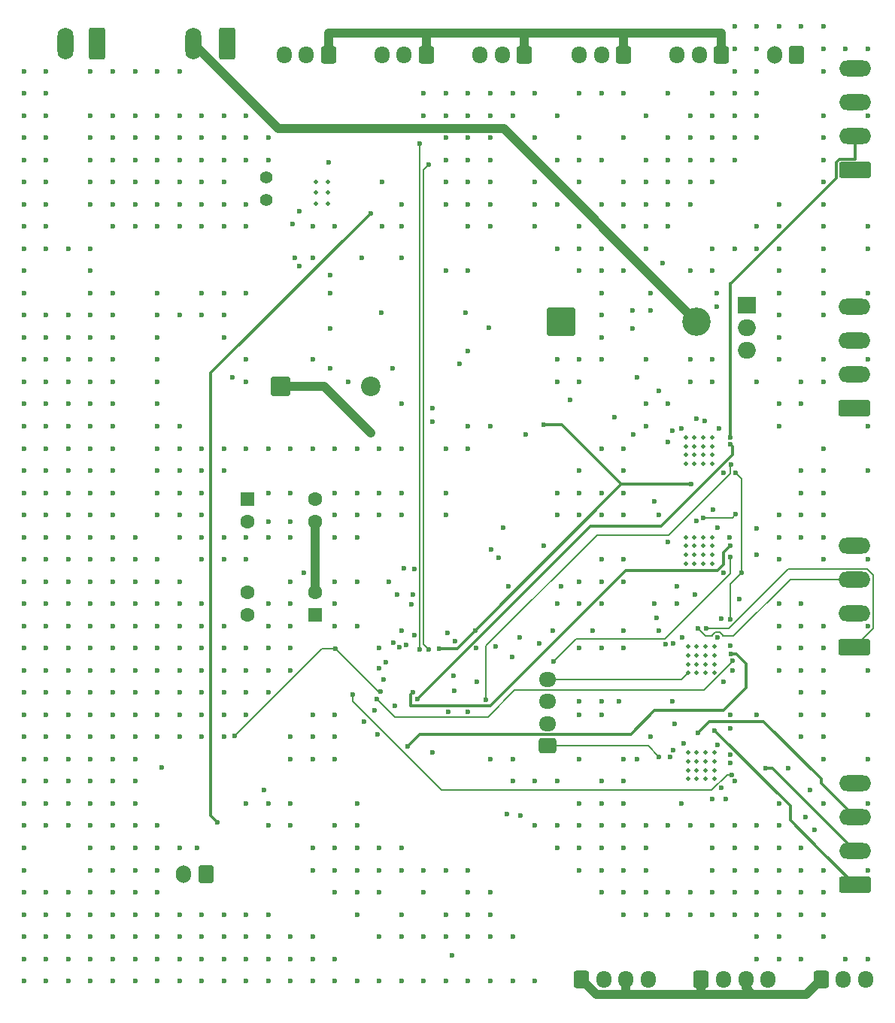
<source format=gbr>
%TF.GenerationSoftware,KiCad,Pcbnew,9.0.2*%
%TF.CreationDate,2025-12-04T18:58:38+01:00*%
%TF.ProjectId,TechStarter,54656368-5374-4617-9274-65722e6b6963,rev?*%
%TF.SameCoordinates,Original*%
%TF.FileFunction,Copper,L2,Inr*%
%TF.FilePolarity,Positive*%
%FSLAX46Y46*%
G04 Gerber Fmt 4.6, Leading zero omitted, Abs format (unit mm)*
G04 Created by KiCad (PCBNEW 9.0.2) date 2025-12-04 18:58:38*
%MOMM*%
%LPD*%
G01*
G04 APERTURE LIST*
G04 Aperture macros list*
%AMRoundRect*
0 Rectangle with rounded corners*
0 $1 Rounding radius*
0 $2 $3 $4 $5 $6 $7 $8 $9 X,Y pos of 4 corners*
0 Add a 4 corners polygon primitive as box body*
4,1,4,$2,$3,$4,$5,$6,$7,$8,$9,$2,$3,0*
0 Add four circle primitives for the rounded corners*
1,1,$1+$1,$2,$3*
1,1,$1+$1,$4,$5*
1,1,$1+$1,$6,$7*
1,1,$1+$1,$8,$9*
0 Add four rect primitives between the rounded corners*
20,1,$1+$1,$2,$3,$4,$5,0*
20,1,$1+$1,$4,$5,$6,$7,0*
20,1,$1+$1,$6,$7,$8,$9,0*
20,1,$1+$1,$8,$9,$2,$3,0*%
G04 Aperture macros list end*
%TA.AperFunction,ComponentPad*%
%ADD10RoundRect,0.250000X0.600000X0.725000X-0.600000X0.725000X-0.600000X-0.725000X0.600000X-0.725000X0*%
%TD*%
%TA.AperFunction,ComponentPad*%
%ADD11O,1.700000X1.950000*%
%TD*%
%TA.AperFunction,ComponentPad*%
%ADD12RoundRect,0.250000X-0.600000X-0.725000X0.600000X-0.725000X0.600000X0.725000X-0.600000X0.725000X0*%
%TD*%
%TA.AperFunction,ComponentPad*%
%ADD13RoundRect,0.250000X0.650000X1.550000X-0.650000X1.550000X-0.650000X-1.550000X0.650000X-1.550000X0*%
%TD*%
%TA.AperFunction,ComponentPad*%
%ADD14O,1.800000X3.600000*%
%TD*%
%TA.AperFunction,ComponentPad*%
%ADD15RoundRect,0.250000X1.550000X-0.650000X1.550000X0.650000X-1.550000X0.650000X-1.550000X-0.650000X0*%
%TD*%
%TA.AperFunction,ComponentPad*%
%ADD16O,3.600000X1.800000*%
%TD*%
%TA.AperFunction,ComponentPad*%
%ADD17RoundRect,0.249999X-0.850001X-0.850001X0.850001X-0.850001X0.850001X0.850001X-0.850001X0.850001X0*%
%TD*%
%TA.AperFunction,ComponentPad*%
%ADD18C,2.200000*%
%TD*%
%TA.AperFunction,HeatsinkPad*%
%ADD19C,0.500000*%
%TD*%
%TA.AperFunction,ComponentPad*%
%ADD20RoundRect,0.250000X0.550000X0.550000X-0.550000X0.550000X-0.550000X-0.550000X0.550000X-0.550000X0*%
%TD*%
%TA.AperFunction,ComponentPad*%
%ADD21C,1.600000*%
%TD*%
%TA.AperFunction,ComponentPad*%
%ADD22RoundRect,0.250000X0.725000X-0.600000X0.725000X0.600000X-0.725000X0.600000X-0.725000X-0.600000X0*%
%TD*%
%TA.AperFunction,ComponentPad*%
%ADD23O,1.950000X1.700000*%
%TD*%
%TA.AperFunction,ComponentPad*%
%ADD24RoundRect,0.250000X-0.550000X-0.550000X0.550000X-0.550000X0.550000X0.550000X-0.550000X0.550000X0*%
%TD*%
%TA.AperFunction,ComponentPad*%
%ADD25RoundRect,0.250000X0.600000X0.750000X-0.600000X0.750000X-0.600000X-0.750000X0.600000X-0.750000X0*%
%TD*%
%TA.AperFunction,ComponentPad*%
%ADD26O,1.700000X2.000000*%
%TD*%
%TA.AperFunction,ComponentPad*%
%ADD27RoundRect,0.250000X-1.350000X-1.350000X1.350000X-1.350000X1.350000X1.350000X-1.350000X1.350000X0*%
%TD*%
%TA.AperFunction,ComponentPad*%
%ADD28C,3.200000*%
%TD*%
%TA.AperFunction,ComponentPad*%
%ADD29C,1.400000*%
%TD*%
%TA.AperFunction,ComponentPad*%
%ADD30R,2.000000X1.905000*%
%TD*%
%TA.AperFunction,ComponentPad*%
%ADD31O,2.000000X1.905000*%
%TD*%
%TA.AperFunction,ViaPad*%
%ADD32C,0.600000*%
%TD*%
%TA.AperFunction,Conductor*%
%ADD33C,0.200000*%
%TD*%
%TA.AperFunction,Conductor*%
%ADD34C,1.000000*%
%TD*%
%TA.AperFunction,Conductor*%
%ADD35C,0.300000*%
%TD*%
G04 APERTURE END LIST*
D10*
%TO.N,+3.3V*%
%TO.C,J7*%
X235000000Y-30695000D03*
D11*
%TO.N,IS5*%
X232500000Y-30695000D03*
%TO.N,GND*%
X230000000Y-30695000D03*
%TD*%
D12*
%TO.N,+3.3V*%
%TO.C,J9*%
X257250000Y-134805000D03*
D11*
%TO.N,IS1*%
X259750000Y-134805000D03*
%TO.N,GND*%
X262250000Y-134805000D03*
%TD*%
D12*
%TO.N,+3.3V*%
%TO.C,J18*%
X243750000Y-134805000D03*
D11*
%TO.N,EB1*%
X246250000Y-134805000D03*
%TO.N,+3.3V*%
X248750000Y-134805000D03*
%TO.N,EB2*%
X251250000Y-134805000D03*
%TD*%
D13*
%TO.N,+24V*%
%TO.C,J16*%
X190350000Y-29432500D03*
D14*
%TO.N,Net-(D4-A)*%
X186540000Y-29432500D03*
%TD*%
D15*
%TO.N,Net-(J2-Pin_1)*%
%TO.C,J2*%
X261067500Y-43660000D03*
D16*
%TO.N,Net-(J2-Pin_2)*%
X261067500Y-39850000D03*
%TO.N,Net-(J2-Pin_3)*%
X261067500Y-36040000D03*
%TO.N,Net-(J2-Pin_4)*%
X261067500Y-32230000D03*
%TD*%
D17*
%TO.N,Net-(D1-K)*%
%TO.C,D1*%
X196420000Y-68000000D03*
D18*
%TO.N,GND*%
X206580000Y-68000000D03*
%TD*%
D19*
%TO.N,GND*%
%TO.C,U12*%
X200350000Y-45000000D03*
X200350000Y-46200000D03*
X200350000Y-47400000D03*
X201750000Y-45000000D03*
X201750000Y-46200000D03*
X201750000Y-47400000D03*
%TD*%
D12*
%TO.N,+3.3V*%
%TO.C,J15*%
X230250000Y-134805000D03*
D11*
%TO.N,EB3*%
X232750000Y-134805000D03*
%TO.N,+3.3V*%
X235250000Y-134805000D03*
%TO.N,EB4*%
X237750000Y-134805000D03*
%TD*%
D20*
%TO.N,Net-(R11-Pad2)*%
%TO.C,U10*%
X200305000Y-93775000D03*
D21*
%TO.N,GND*%
X200305000Y-91235000D03*
%TO.N,Net-(J3-Pin_2)*%
X192685000Y-91235000D03*
%TO.N,+24V*%
X192685000Y-93775000D03*
%TD*%
D19*
%TO.N,GND*%
%TO.C,U8*%
X242235000Y-109250000D03*
X242235000Y-110250000D03*
X242235000Y-111250000D03*
X242235000Y-112250000D03*
X243235000Y-109250000D03*
X243235000Y-110250000D03*
X243235000Y-111250000D03*
X243235000Y-112250000D03*
X244235000Y-109250000D03*
X244235000Y-110250000D03*
X244235000Y-111250000D03*
X244235000Y-112250000D03*
X245235000Y-109250000D03*
X245235000Y-110250000D03*
X245235000Y-111250000D03*
X245235000Y-112250000D03*
%TD*%
D22*
%TO.N,+5V*%
%TO.C,J14*%
X226475000Y-108500000D03*
D23*
%TO.N,TX6*%
X226475000Y-106000000D03*
%TO.N,RX6*%
X226475000Y-103500000D03*
%TO.N,GND*%
X226475000Y-101000000D03*
%TD*%
D10*
%TO.N,+3.3V*%
%TO.C,J10*%
X212800000Y-30695000D03*
D11*
%TO.N,IS2*%
X210300000Y-30695000D03*
%TO.N,GND*%
X207800000Y-30695000D03*
%TD*%
D15*
%TO.N,Net-(J1-Pin_1)*%
%TO.C,J1*%
X261000000Y-70430000D03*
D16*
%TO.N,Net-(J1-Pin_2)*%
X261000000Y-66620000D03*
%TO.N,Net-(J1-Pin_3)*%
X261000000Y-62810000D03*
%TO.N,Net-(J1-Pin_4)*%
X261000000Y-59000000D03*
%TD*%
D10*
%TO.N,+3.3V*%
%TO.C,J11*%
X201800000Y-30695000D03*
D11*
%TO.N,IS3*%
X199300000Y-30695000D03*
%TO.N,GND*%
X196800000Y-30695000D03*
%TD*%
D13*
%TO.N,GND*%
%TO.C,J13*%
X175695000Y-29432500D03*
D14*
%TO.N,+24V*%
X172195000Y-29432500D03*
%TD*%
D24*
%TO.N,Net-(R20-Pad1)*%
%TO.C,U9*%
X192695000Y-80725000D03*
D21*
%TO.N,GND*%
X192695000Y-83265000D03*
X200315000Y-83265000D03*
%TO.N,OutputFromRobot*%
X200315000Y-80725000D03*
%TD*%
D19*
%TO.N,GND*%
%TO.C,U2*%
X241985000Y-73750000D03*
X241985000Y-74750000D03*
X241985000Y-75750000D03*
X241985000Y-76750000D03*
X242985000Y-73750000D03*
X242985000Y-74750000D03*
X242985000Y-75750000D03*
X242985000Y-76750000D03*
X243985000Y-73750000D03*
X243985000Y-74750000D03*
X243985000Y-75750000D03*
X243985000Y-76750000D03*
X244985000Y-73750000D03*
X244985000Y-74750000D03*
X244985000Y-75750000D03*
X244985000Y-76750000D03*
%TD*%
D25*
%TO.N,Net-(J3-Pin_1)*%
%TO.C,J3*%
X254500000Y-30695000D03*
D26*
%TO.N,Net-(J3-Pin_2)*%
X252000000Y-30695000D03*
%TD*%
D19*
%TO.N,GND*%
%TO.C,U6*%
X242235000Y-97300000D03*
X242235000Y-98300000D03*
X242235000Y-99300000D03*
X242235000Y-100300000D03*
X243235000Y-97300000D03*
X243235000Y-98300000D03*
X243235000Y-99300000D03*
X243235000Y-100300000D03*
X244235000Y-97300000D03*
X244235000Y-98300000D03*
X244235000Y-99300000D03*
X244235000Y-100300000D03*
X245235000Y-97300000D03*
X245235000Y-98300000D03*
X245235000Y-99300000D03*
X245235000Y-100300000D03*
%TD*%
D10*
%TO.N,+3.3V*%
%TO.C,J8*%
X223850000Y-30695000D03*
D11*
%TO.N,IS6*%
X221350000Y-30695000D03*
%TO.N,GND*%
X218850000Y-30695000D03*
%TD*%
D25*
%TO.N,+BATT*%
%TO.C,J17*%
X188000000Y-123000000D03*
D26*
%TO.N,GND*%
X185500000Y-123000000D03*
%TD*%
D15*
%TO.N,Net-(J4-Pin_1)*%
%TO.C,J4*%
X261000000Y-97370000D03*
D16*
%TO.N,Net-(J4-Pin_2)*%
X261000000Y-93560000D03*
%TO.N,Net-(J4-Pin_3)*%
X261000000Y-89750000D03*
%TO.N,Net-(J4-Pin_4)*%
X261000000Y-85940000D03*
%TD*%
D27*
%TO.N,+24V*%
%TO.C,D4*%
X227995000Y-60750000D03*
D28*
%TO.N,Net-(D4-A)*%
X243235000Y-60750000D03*
%TD*%
D29*
%TO.N,Net-(U12-TEMP)*%
%TO.C,TH1*%
X194750000Y-44460000D03*
%TO.N,GND*%
X194750000Y-47000000D03*
%TD*%
D15*
%TO.N,Net-(J6-Pin_1)*%
%TO.C,J6*%
X261067500Y-124160000D03*
D16*
%TO.N,Net-(J6-Pin_2)*%
X261067500Y-120350000D03*
%TO.N,Net-(J6-Pin_3)*%
X261067500Y-116540000D03*
%TO.N,Net-(J6-Pin_4)*%
X261067500Y-112730000D03*
%TD*%
D19*
%TO.N,GND*%
%TO.C,U3*%
X241985000Y-85000000D03*
X241985000Y-86000000D03*
X241985000Y-87000000D03*
X241985000Y-88000000D03*
X242985000Y-85000000D03*
X242985000Y-86000000D03*
X242985000Y-87000000D03*
X242985000Y-88000000D03*
X243985000Y-85000000D03*
X243985000Y-86000000D03*
X243985000Y-87000000D03*
X243985000Y-88000000D03*
X244985000Y-85000000D03*
X244985000Y-86000000D03*
X244985000Y-87000000D03*
X244985000Y-88000000D03*
%TD*%
D10*
%TO.N,+3.3V*%
%TO.C,J5*%
X246000000Y-30695000D03*
D11*
%TO.N,IS4*%
X243500000Y-30695000D03*
%TO.N,GND*%
X241000000Y-30695000D03*
%TD*%
D30*
%TO.N,Net-(Q3-G)*%
%TO.C,Q3*%
X248875000Y-58870000D03*
D31*
%TO.N,Net-(D4-A)*%
X248875000Y-61410000D03*
%TO.N,GND*%
X248875000Y-63950000D03*
%TD*%
D32*
%TO.N,GND*%
X232500000Y-122500000D03*
X182500000Y-57500000D03*
X257500000Y-27500000D03*
X205000000Y-117500000D03*
X167500000Y-110000000D03*
X192500000Y-37500000D03*
X252500000Y-60000000D03*
X197500000Y-135000000D03*
X172500000Y-82500000D03*
X180000000Y-47500000D03*
X195000000Y-83265000D03*
X192500000Y-40000000D03*
X170000000Y-52500000D03*
X230000000Y-77500000D03*
X175000000Y-72500000D03*
X172500000Y-102500000D03*
X240000000Y-117500000D03*
X170000000Y-47500000D03*
X245500000Y-59000000D03*
X235000000Y-55000000D03*
X182500000Y-47500000D03*
X180000000Y-37500000D03*
X230000000Y-82500000D03*
X191000000Y-67000000D03*
X257500000Y-100000000D03*
X245000000Y-37500000D03*
X217500000Y-40000000D03*
X190000000Y-47500000D03*
X232500000Y-52500000D03*
X217500000Y-45000000D03*
X195000000Y-85000000D03*
X232500000Y-57500000D03*
X247500000Y-30000000D03*
X190000000Y-62500000D03*
X232500000Y-62500000D03*
X202500000Y-110000000D03*
X235000000Y-45000000D03*
X230000000Y-92500000D03*
X202000000Y-66000000D03*
X167500000Y-32500000D03*
X172500000Y-127500000D03*
X257500000Y-57500000D03*
X217500000Y-75000000D03*
X252500000Y-122500000D03*
X175000000Y-135000000D03*
X227500000Y-65000000D03*
X195000000Y-97500000D03*
X257500000Y-47500000D03*
X235000000Y-47500000D03*
X177500000Y-97500000D03*
X187500000Y-105000000D03*
X202000000Y-55500000D03*
X190000000Y-45000000D03*
X235000000Y-115000000D03*
X175000000Y-47500000D03*
X167500000Y-35000000D03*
X195000000Y-130000000D03*
X257500000Y-122500000D03*
X202500000Y-105000000D03*
X245000000Y-52500000D03*
X172500000Y-60000000D03*
X177500000Y-135000000D03*
X180000000Y-125000000D03*
X175000000Y-60000000D03*
X167500000Y-55000000D03*
X239000000Y-68500000D03*
X170000000Y-102500000D03*
X187500000Y-85000000D03*
X185000000Y-107500000D03*
X220000000Y-47500000D03*
X225000000Y-40000000D03*
X257500000Y-107500000D03*
X190000000Y-107500000D03*
X185000000Y-42500000D03*
X217500000Y-125000000D03*
X252500000Y-62500000D03*
X255000000Y-107500000D03*
X252500000Y-127500000D03*
X256500000Y-118000000D03*
X208000000Y-101000000D03*
X197500000Y-97500000D03*
X255000000Y-82500000D03*
X180000000Y-40000000D03*
X180000000Y-117500000D03*
X175000000Y-87500000D03*
X215000000Y-127500000D03*
X167500000Y-87500000D03*
X250000000Y-40000000D03*
X187500000Y-135000000D03*
X241000000Y-92500000D03*
X262500000Y-30000000D03*
X207500000Y-120000000D03*
X230000000Y-52500000D03*
X177500000Y-62500000D03*
X180000000Y-112500000D03*
X190000000Y-77500000D03*
X180000000Y-32500000D03*
X257500000Y-37500000D03*
X245000000Y-120000000D03*
X172500000Y-125000000D03*
X175000000Y-82500000D03*
X167500000Y-70000000D03*
X255000000Y-67500000D03*
X170000000Y-77500000D03*
X175000000Y-102500000D03*
X167500000Y-72500000D03*
X239000000Y-95500000D03*
X200000000Y-110000000D03*
X195000000Y-100000000D03*
X202500000Y-80000000D03*
X220000000Y-127500000D03*
X195000000Y-132500000D03*
X170000000Y-37500000D03*
X182500000Y-135000000D03*
X185000000Y-102500000D03*
X262500000Y-77500000D03*
X202500000Y-82500000D03*
X170000000Y-62500000D03*
X238000000Y-57500000D03*
X254972500Y-127527500D03*
X255000000Y-97500000D03*
X200000000Y-75000000D03*
X170000000Y-45000000D03*
X167500000Y-102500000D03*
X215000000Y-122500000D03*
X262500000Y-110000000D03*
X205000000Y-90000000D03*
X262500000Y-72500000D03*
X172500000Y-85000000D03*
X180000000Y-95000000D03*
X192500000Y-50000000D03*
X187500000Y-127500000D03*
X192500000Y-87500000D03*
X190000000Y-57500000D03*
X217500000Y-47500000D03*
X232500000Y-82500000D03*
X255000000Y-122500000D03*
X177500000Y-87500000D03*
X255000000Y-100000000D03*
X187500000Y-107500000D03*
X177500000Y-110000000D03*
X190000000Y-95000000D03*
X232500000Y-103500000D03*
X177500000Y-100000000D03*
X230000000Y-97500000D03*
X167500000Y-47500000D03*
X182500000Y-62500000D03*
X252500000Y-27500000D03*
X195000000Y-95000000D03*
X190000000Y-97500000D03*
X187500000Y-97500000D03*
X200000000Y-65000000D03*
X172500000Y-62500000D03*
X236000000Y-61500000D03*
X205000000Y-115000000D03*
X237500000Y-37500000D03*
X250000000Y-27500000D03*
X175000000Y-45000000D03*
X252500000Y-85000000D03*
X197500000Y-90000000D03*
X262500000Y-57500000D03*
X235000000Y-125000000D03*
X247500000Y-122500000D03*
X230000000Y-65000000D03*
X237500000Y-117500000D03*
X217500000Y-37500000D03*
X170000000Y-107500000D03*
X205000000Y-75000000D03*
X250000000Y-117500000D03*
X235000000Y-110000000D03*
X180000000Y-100000000D03*
X170000000Y-100000000D03*
X255000000Y-105000000D03*
X230000000Y-42500000D03*
X185000000Y-97500000D03*
X255000000Y-132500000D03*
X177500000Y-47500000D03*
X172500000Y-92500000D03*
X225000000Y-135000000D03*
X250000000Y-127500000D03*
X235000000Y-90000000D03*
X190000000Y-132500000D03*
X177500000Y-75000000D03*
X175000000Y-40000000D03*
X235000000Y-117500000D03*
X197500000Y-92500000D03*
X227500000Y-112500000D03*
X250000000Y-67500000D03*
X250000000Y-125000000D03*
X167500000Y-50000000D03*
X230000000Y-55000000D03*
X205000000Y-82500000D03*
X182500000Y-40000000D03*
X167500000Y-105000000D03*
X175000000Y-52500000D03*
X170000000Y-87500000D03*
X204000000Y-67500000D03*
X172500000Y-90000000D03*
X200000000Y-120000000D03*
X182500000Y-60000000D03*
X232500000Y-60000000D03*
X185000000Y-60000000D03*
X227500000Y-42500000D03*
X175000000Y-132500000D03*
X177500000Y-70000000D03*
X255000000Y-95000000D03*
X212500000Y-122500000D03*
X172500000Y-72500000D03*
X197500000Y-110000000D03*
X167500000Y-112500000D03*
X238500000Y-81000000D03*
X190000000Y-50000000D03*
X212500000Y-35000000D03*
X187500000Y-42500000D03*
X220000000Y-72500000D03*
X197500000Y-115000000D03*
X227500000Y-82500000D03*
X222500000Y-35000000D03*
X262500000Y-52500000D03*
X182500000Y-90000000D03*
X257500000Y-115000000D03*
X227000000Y-95500000D03*
X245000000Y-67500000D03*
X210000000Y-50000000D03*
X207500000Y-135000000D03*
X180000000Y-87500000D03*
X252500000Y-82500000D03*
X177500000Y-125000000D03*
X252500000Y-87500000D03*
X172500000Y-52500000D03*
X257500000Y-125000000D03*
X232500000Y-65000000D03*
X182500000Y-122500000D03*
X257500000Y-87500000D03*
X242500000Y-117500000D03*
X257500000Y-97500000D03*
X177500000Y-60000000D03*
X210000000Y-53500000D03*
X167500000Y-80000000D03*
X170000000Y-132500000D03*
X190000000Y-135000000D03*
X242500000Y-65000000D03*
X187500000Y-75000000D03*
X240000000Y-40000000D03*
X252500000Y-117500000D03*
X187000000Y-120000000D03*
X210000000Y-120000000D03*
X172500000Y-112500000D03*
X245000000Y-125000000D03*
X177500000Y-95000000D03*
X255000000Y-92500000D03*
X187500000Y-40000000D03*
X180000000Y-97500000D03*
X250000000Y-32500000D03*
X192500000Y-132500000D03*
X257500000Y-40000000D03*
X187500000Y-130000000D03*
X175000000Y-70000000D03*
X202500000Y-85000000D03*
X232500000Y-97500000D03*
X195000000Y-127500000D03*
X238000000Y-59500000D03*
X250000000Y-35000000D03*
X220000000Y-135000000D03*
X177500000Y-112500000D03*
X172500000Y-75000000D03*
X175000000Y-110000000D03*
X167500000Y-95000000D03*
X170000000Y-82500000D03*
X202500000Y-120000000D03*
X235000000Y-112500000D03*
X182500000Y-82500000D03*
X167500000Y-90000000D03*
X177500000Y-42500000D03*
X170000000Y-65000000D03*
X225000000Y-47500000D03*
X177500000Y-57500000D03*
X242500000Y-37500000D03*
X192500000Y-85000000D03*
X247500000Y-40000000D03*
X175000000Y-92500000D03*
X185000000Y-105000000D03*
X262500000Y-100000000D03*
X192500000Y-67500000D03*
X238000000Y-107500000D03*
X227500000Y-47500000D03*
X262500000Y-115000000D03*
X195000000Y-80000000D03*
X167500000Y-120000000D03*
X182500000Y-75000000D03*
X200000000Y-130000000D03*
X252500000Y-57500000D03*
X241000000Y-90500000D03*
X185000000Y-95000000D03*
X177500000Y-45000000D03*
X197500000Y-130000000D03*
X180000000Y-102500000D03*
X202500000Y-122500000D03*
X217500000Y-35000000D03*
X256000000Y-113500000D03*
X202500000Y-95000000D03*
X205000000Y-120000000D03*
X229000000Y-69500000D03*
X185000000Y-47500000D03*
X232500000Y-90000000D03*
X172500000Y-77500000D03*
X247500000Y-27500000D03*
X257500000Y-95000000D03*
X252500000Y-100000000D03*
X257500000Y-110000000D03*
X170000000Y-112500000D03*
X170000000Y-135000000D03*
X185000000Y-80000000D03*
X180000000Y-50000000D03*
X187500000Y-82500000D03*
X175000000Y-117500000D03*
X180000000Y-122500000D03*
X245000000Y-45000000D03*
X262500000Y-132500000D03*
X177500000Y-102500000D03*
X177500000Y-50000000D03*
X257500000Y-75000000D03*
X167500000Y-62500000D03*
X192500000Y-102500000D03*
X185000000Y-50000000D03*
X170000000Y-130000000D03*
X257500000Y-82500000D03*
X175000000Y-80000000D03*
X197500000Y-80000000D03*
X216000000Y-96750000D03*
X227500000Y-117500000D03*
X243000000Y-91500000D03*
X182500000Y-32500000D03*
X182500000Y-105000000D03*
X257500000Y-32500000D03*
X180000000Y-45000000D03*
X232500000Y-80000000D03*
X242500000Y-40000000D03*
X235000000Y-75000000D03*
X255000000Y-120000000D03*
X180000000Y-110000000D03*
X202500000Y-50000000D03*
X195000000Y-135000000D03*
X210000000Y-127500000D03*
X170000000Y-95000000D03*
X213500000Y-70500000D03*
X170000000Y-40000000D03*
X172500000Y-95000000D03*
X175000000Y-47500000D03*
X217500000Y-42500000D03*
X215000000Y-75000000D03*
X252472500Y-125027500D03*
X192500000Y-100000000D03*
X236000000Y-59500000D03*
X200000000Y-135000000D03*
X175000000Y-90000000D03*
X235000000Y-87500000D03*
X182500000Y-80000000D03*
X187500000Y-80000000D03*
X232500000Y-117500000D03*
X177500000Y-117500000D03*
X170000000Y-75000000D03*
X177500000Y-77500000D03*
X182500000Y-132500000D03*
X235000000Y-82500000D03*
X259972500Y-132527500D03*
X185000000Y-45000000D03*
X247000000Y-106500000D03*
X170000000Y-105000000D03*
X237500000Y-50000000D03*
X247500000Y-35000000D03*
X257500000Y-67500000D03*
X175000000Y-75000000D03*
X197750000Y-49750000D03*
X177500000Y-72500000D03*
X170000000Y-50000000D03*
X237500000Y-70000000D03*
X180000000Y-92500000D03*
X250000000Y-87000000D03*
X227500000Y-67500000D03*
X172500000Y-110000000D03*
X180000000Y-105000000D03*
X220000000Y-37500000D03*
X202000000Y-61500000D03*
X245000000Y-117500000D03*
X242500000Y-67500000D03*
X177500000Y-105000000D03*
X195000000Y-117500000D03*
X210000000Y-80000000D03*
X172500000Y-105000000D03*
X257500000Y-52500000D03*
X210000000Y-122500000D03*
X170000000Y-70000000D03*
X210000000Y-47500000D03*
X257500000Y-42500000D03*
X182500000Y-70000000D03*
X195000000Y-92500000D03*
X220000000Y-110000000D03*
X242500000Y-55000000D03*
X195000000Y-40000000D03*
X232500000Y-47500000D03*
X197500000Y-95000000D03*
X197500000Y-83265000D03*
X240500000Y-103500000D03*
X177500000Y-90000000D03*
X177500000Y-92500000D03*
X250000000Y-105000000D03*
X215000000Y-130000000D03*
X205000000Y-127500000D03*
X237500000Y-65000000D03*
X177500000Y-115000000D03*
X175000000Y-115000000D03*
X190000000Y-127500000D03*
X187500000Y-95000000D03*
X262500000Y-65000000D03*
X220000000Y-130000000D03*
X177500000Y-37500000D03*
X177500000Y-40000000D03*
X245000000Y-65000000D03*
X172500000Y-87500000D03*
X247500000Y-52500000D03*
X252500000Y-72500000D03*
X167500000Y-130000000D03*
X237500000Y-125000000D03*
X197500000Y-100000000D03*
X237500000Y-120000000D03*
X245500000Y-57500000D03*
X242500000Y-127500000D03*
X177500000Y-82500000D03*
X200000000Y-107500000D03*
X212500000Y-125000000D03*
X212500000Y-135000000D03*
X170000000Y-40000000D03*
X187500000Y-57500000D03*
X185000000Y-130000000D03*
X230000000Y-45000000D03*
X257500000Y-55000000D03*
X197500000Y-107500000D03*
X175000000Y-130000000D03*
X230000000Y-110000000D03*
X215000000Y-82500000D03*
X190000000Y-100000000D03*
X225000000Y-45000000D03*
X185000000Y-40000000D03*
X250000000Y-52500000D03*
X237500000Y-47500000D03*
X192500000Y-130000000D03*
X190000000Y-60000000D03*
X252500000Y-132500000D03*
X177500000Y-127500000D03*
X197500000Y-75000000D03*
X175000000Y-127500000D03*
X217500000Y-122500000D03*
X255000000Y-102500000D03*
X180000000Y-107500000D03*
X217500000Y-127500000D03*
X253500000Y-111000000D03*
X185000000Y-85000000D03*
X190000000Y-102500000D03*
X207500000Y-82500000D03*
X260000000Y-30000000D03*
X232500000Y-75000000D03*
X175000000Y-77500000D03*
X252500000Y-130000000D03*
X205000000Y-95000000D03*
X167500000Y-92500000D03*
X195000000Y-102500000D03*
X252500000Y-50000000D03*
X195000000Y-115000000D03*
X182500000Y-102500000D03*
X217500000Y-55000000D03*
X207500000Y-122500000D03*
X167500000Y-57500000D03*
X182500000Y-47500000D03*
X240000000Y-70000000D03*
X182500000Y-100000000D03*
X175000000Y-95000000D03*
X222500000Y-110000000D03*
X247500000Y-32500000D03*
X257500000Y-50000000D03*
X167500000Y-107500000D03*
X187500000Y-77500000D03*
X202500000Y-125000000D03*
X182500000Y-42500000D03*
X177500000Y-65000000D03*
X230000000Y-35000000D03*
X182500000Y-117500000D03*
X180000000Y-127500000D03*
X247000000Y-105000000D03*
X250000000Y-30000000D03*
X190000000Y-85000000D03*
X185000000Y-90000000D03*
X220000000Y-45000000D03*
X215000000Y-55000000D03*
X182500000Y-65000000D03*
X172500000Y-135000000D03*
X170000000Y-80000000D03*
X230000000Y-65000000D03*
X232500000Y-105000000D03*
X205000000Y-80000000D03*
X252500000Y-95000000D03*
X167500000Y-117500000D03*
X187500000Y-60000000D03*
X242500000Y-42500000D03*
X215000000Y-80000000D03*
X175000000Y-125000000D03*
X182500000Y-37500000D03*
X190000000Y-37500000D03*
X237500000Y-122500000D03*
X232500000Y-35000000D03*
X255000000Y-80000000D03*
X180000000Y-90000000D03*
X170000000Y-117500000D03*
X207800000Y-45000000D03*
X170000000Y-42500000D03*
X235000000Y-120000000D03*
X217500000Y-72500000D03*
X225000000Y-50000000D03*
X172500000Y-65000000D03*
X185000000Y-32500000D03*
X235000000Y-80000000D03*
X182500000Y-125000000D03*
X180000000Y-85000000D03*
X202500000Y-82500000D03*
X180000000Y-42500000D03*
X238500000Y-92500000D03*
X207500000Y-130000000D03*
X167500000Y-82500000D03*
X257500000Y-80000000D03*
X185000000Y-82500000D03*
X175000000Y-122500000D03*
X185000000Y-75000000D03*
X182500000Y-127500000D03*
X240000000Y-42500000D03*
X222500000Y-112500000D03*
X237500000Y-72500000D03*
X225000000Y-35000000D03*
X190000000Y-130000000D03*
X247500000Y-125000000D03*
X167500000Y-100000000D03*
X167500000Y-60000000D03*
X192500000Y-42500000D03*
X175000000Y-67500000D03*
X235000000Y-97500000D03*
X220000000Y-40000000D03*
X227500000Y-52500000D03*
X170000000Y-110000000D03*
X207000000Y-104500000D03*
X192500000Y-115000000D03*
X246500000Y-114500000D03*
X187500000Y-100000000D03*
X192500000Y-65000000D03*
X213500000Y-72000000D03*
X182500000Y-87500000D03*
X252500000Y-92500000D03*
X177500000Y-107500000D03*
X247500000Y-120000000D03*
X175000000Y-112500000D03*
X170000000Y-97500000D03*
X200000000Y-132500000D03*
X182500000Y-77500000D03*
X167500000Y-122500000D03*
X240000000Y-125000000D03*
X245000000Y-114500000D03*
X172500000Y-70000000D03*
X220000000Y-35000000D03*
X170000000Y-60000000D03*
X175000000Y-37500000D03*
X180000000Y-135000000D03*
X215000000Y-42500000D03*
X177500000Y-42500000D03*
X232500000Y-115000000D03*
X255000000Y-27500000D03*
X167500000Y-125000000D03*
X250000000Y-84000000D03*
X172500000Y-107500000D03*
X172500000Y-100000000D03*
X257472500Y-130027500D03*
X215000000Y-45000000D03*
X245000000Y-35000000D03*
X192500000Y-47500000D03*
X237500000Y-127500000D03*
X237500000Y-52500000D03*
X262500000Y-37500000D03*
X167500000Y-135000000D03*
X187500000Y-102500000D03*
X205500000Y-53500000D03*
X182500000Y-50000000D03*
X185000000Y-92500000D03*
X247500000Y-42500000D03*
X185000000Y-77500000D03*
X237500000Y-45000000D03*
X200000000Y-122500000D03*
X252500000Y-120000000D03*
X257500000Y-60000000D03*
X230000000Y-40000000D03*
X220000000Y-50000000D03*
X250000000Y-50000000D03*
X172500000Y-130000000D03*
X228000000Y-90500000D03*
X192500000Y-105000000D03*
X205000000Y-122500000D03*
X170000000Y-67500000D03*
X227500000Y-80000000D03*
X192500000Y-75000000D03*
X252500000Y-65000000D03*
X222500000Y-130000000D03*
X212500000Y-130000000D03*
X262500000Y-87500000D03*
X177500000Y-130000000D03*
X225000000Y-112500000D03*
X172500000Y-67500000D03*
X198500000Y-54500000D03*
X249972500Y-122527500D03*
X190000000Y-40000000D03*
X167500000Y-67500000D03*
X167500000Y-37500000D03*
X232500000Y-92500000D03*
X185000000Y-120000000D03*
X241500000Y-115000000D03*
X252500000Y-55000000D03*
X217500000Y-130000000D03*
X240000000Y-127500000D03*
X230000000Y-67500000D03*
X175000000Y-85000000D03*
X202500000Y-132500000D03*
X257500000Y-102500000D03*
X185000000Y-135000000D03*
X245000000Y-122500000D03*
X175000000Y-120000000D03*
X262500000Y-122500000D03*
X242500000Y-47500000D03*
X192500000Y-127500000D03*
X217500000Y-64000000D03*
X257500000Y-105000000D03*
X167500000Y-40000000D03*
X235000000Y-40000000D03*
X175000000Y-55000000D03*
X232500000Y-112500000D03*
X177500000Y-122500000D03*
X185000000Y-100000000D03*
X210000000Y-130000000D03*
X182500000Y-120000000D03*
X230000000Y-50000000D03*
X255000000Y-70000000D03*
X170000000Y-92500000D03*
X202500000Y-90000000D03*
X190000000Y-87500000D03*
X170000000Y-90000000D03*
X235000000Y-127500000D03*
X255000000Y-77500000D03*
X167500000Y-42500000D03*
X252500000Y-70000000D03*
X216500000Y-65500000D03*
X172500000Y-97500000D03*
X202500000Y-75000000D03*
X185000000Y-127500000D03*
X247500000Y-117500000D03*
X235000000Y-77500000D03*
X170000000Y-35000000D03*
X237500000Y-70000000D03*
X167500000Y-97500000D03*
X185000000Y-132500000D03*
X252500000Y-115000000D03*
X192500000Y-135000000D03*
X230000000Y-122500000D03*
X170000000Y-85000000D03*
X185000000Y-72500000D03*
X175000000Y-42500000D03*
X232500000Y-120000000D03*
X202000000Y-57500000D03*
X220000000Y-42500000D03*
X175000000Y-57500000D03*
X167500000Y-132500000D03*
X239000000Y-82500000D03*
X207500000Y-75000000D03*
X237500000Y-42500000D03*
X245000000Y-55000000D03*
X170000000Y-115000000D03*
X175000000Y-62500000D03*
X232500000Y-125000000D03*
X232500000Y-42500000D03*
X232500000Y-87500000D03*
X187500000Y-50000000D03*
X167500000Y-75000000D03*
X182500000Y-130000000D03*
X167500000Y-52500000D03*
X245000000Y-127500000D03*
X197500000Y-117500000D03*
X215000000Y-135000000D03*
X207500000Y-97500000D03*
X235000000Y-122500000D03*
X250000000Y-132500000D03*
X215000000Y-37500000D03*
X247500000Y-127500000D03*
X209000000Y-66000000D03*
X262500000Y-95000000D03*
X197500000Y-132500000D03*
X180000000Y-132500000D03*
X257500000Y-30000000D03*
X210000000Y-70000000D03*
X235000000Y-50000000D03*
X215000000Y-40000000D03*
X167500000Y-115000000D03*
X210000000Y-82500000D03*
X242500000Y-125000000D03*
X202500000Y-92500000D03*
X175000000Y-65000000D03*
X172500000Y-117500000D03*
X234500000Y-103500000D03*
X177500000Y-67500000D03*
X167500000Y-45000000D03*
X205000000Y-125000000D03*
X230000000Y-90000000D03*
X252500000Y-47500000D03*
X187500000Y-87500000D03*
X262500000Y-50000000D03*
X257500000Y-85000000D03*
X177500000Y-120000000D03*
X192500000Y-57500000D03*
X226000000Y-86000000D03*
X202500000Y-135000000D03*
X182500000Y-97500000D03*
X182500000Y-72500000D03*
X245000000Y-42500000D03*
X240000000Y-45000000D03*
X222500000Y-135000000D03*
X182500000Y-50000000D03*
X217500000Y-50000000D03*
X255000000Y-125000000D03*
X230000000Y-80000000D03*
X180000000Y-115000000D03*
X257500000Y-77500000D03*
X255500000Y-116500000D03*
X172500000Y-80000000D03*
X170000000Y-125000000D03*
X217500000Y-135000000D03*
X212500000Y-37500000D03*
X242500000Y-45000000D03*
X192500000Y-97500000D03*
X231500000Y-95500000D03*
X202500000Y-107500000D03*
X177500000Y-85000000D03*
X170000000Y-127500000D03*
X170000000Y-72500000D03*
X175000000Y-105000000D03*
X175000000Y-97500000D03*
X177500000Y-132500000D03*
X167500000Y-127500000D03*
X250000000Y-130000000D03*
X172500000Y-132500000D03*
X182500000Y-107500000D03*
X207750000Y-59750000D03*
X247500000Y-37500000D03*
X250000000Y-120000000D03*
X210000000Y-75000000D03*
X182500000Y-92500000D03*
X207500000Y-80000000D03*
X195000000Y-42500000D03*
X177500000Y-32500000D03*
X205000000Y-85000000D03*
X182500000Y-95000000D03*
X240000000Y-35000000D03*
X177500000Y-80000000D03*
X232500000Y-55000000D03*
X167500000Y-85000000D03*
X180000000Y-120000000D03*
X250000000Y-37500000D03*
X167500000Y-77500000D03*
X200000000Y-53500000D03*
X200000000Y-105000000D03*
X257500000Y-45000000D03*
X252500000Y-52500000D03*
X200000000Y-50000000D03*
X235000000Y-95500000D03*
X257500000Y-65000000D03*
X182500000Y-67500000D03*
X202500000Y-117500000D03*
X187500000Y-37500000D03*
X167500000Y-65000000D03*
X195000000Y-97500000D03*
X187500000Y-92500000D03*
X207800000Y-50000000D03*
X172500000Y-115000000D03*
X247500000Y-27500000D03*
X190000000Y-42500000D03*
X175000000Y-100000000D03*
X207500000Y-125000000D03*
X234000000Y-71500000D03*
X222500000Y-37500000D03*
X187500000Y-45000000D03*
X227500000Y-120000000D03*
X236500000Y-67000000D03*
X198000000Y-53500000D03*
X187500000Y-47500000D03*
X190000000Y-105000000D03*
X236500000Y-110000000D03*
X230000000Y-115000000D03*
X255000000Y-85000000D03*
X248000000Y-92000000D03*
X185000000Y-37500000D03*
X197500000Y-85000000D03*
X230000000Y-120000000D03*
X182500000Y-45000000D03*
X215000000Y-35000000D03*
X230000000Y-105000000D03*
X240000000Y-47500000D03*
X225000000Y-117500000D03*
X180000000Y-130000000D03*
X227500000Y-37500000D03*
X175000000Y-107500000D03*
X240000000Y-50000000D03*
X195000000Y-75000000D03*
X230000000Y-103500000D03*
X220000000Y-125000000D03*
X170000000Y-32500000D03*
X205000000Y-135000000D03*
X252500000Y-97500000D03*
X235000000Y-35000000D03*
X187500000Y-132500000D03*
X210000000Y-135000000D03*
X215000000Y-47500000D03*
X262500000Y-105000000D03*
X245000000Y-40000000D03*
X225500000Y-97000000D03*
X230000000Y-117500000D03*
X199000000Y-89000000D03*
X175000000Y-32500000D03*
X190000000Y-75000000D03*
X227500000Y-92500000D03*
X257500000Y-127500000D03*
%TO.N,+3.3V*%
X226050000Y-72350000D03*
X217225000Y-59750000D03*
X247593026Y-77775000D03*
X202587500Y-97587500D03*
X207600000Y-102400000D03*
X247250000Y-100000000D03*
X247500000Y-112500000D03*
X248250000Y-89000000D03*
X247000000Y-94250000D03*
X191225000Y-107425000D03*
X215650000Y-132105000D03*
X242650000Y-79025000D03*
X209250000Y-104000000D03*
X218275000Y-95500000D03*
X215299388Y-104650000D03*
X214225000Y-97525000D03*
X183025000Y-110900000D03*
%TO.N,Net-(D1-K)*%
X206500000Y-73250000D03*
%TO.N,IS4*%
X239425000Y-54150000D03*
X211425000Y-96050000D03*
%TO.N,IS5*%
X211431297Y-88568703D03*
%TO.N,IS6*%
X210244238Y-88499999D03*
%TO.N,IS1*%
X213475000Y-109275000D03*
%TO.N,IS2*%
X212075000Y-97625000D03*
X212075000Y-40625000D03*
%TO.N,IS3*%
X213100000Y-97625000D03*
X213100000Y-43000000D03*
%TO.N,EB4*%
X221400000Y-83900000D03*
X209084620Y-96915380D03*
X208600000Y-90000000D03*
%TO.N,motor3dir*%
X247000000Y-86000000D03*
X211250000Y-102500000D03*
%TO.N,SWCLK*%
X215150000Y-95750000D03*
X221900000Y-116200000D03*
%TO.N,TX6*%
X218500000Y-101250000D03*
%TO.N,motor4dir*%
X247000000Y-74550003D03*
X211750000Y-103250000D03*
%TO.N,motor1step*%
X247154273Y-111761487D03*
X204500000Y-102750000D03*
%TO.N,motor2dir*%
X247101134Y-98148866D03*
X210650000Y-108600000D03*
%TO.N,EB1*%
X211084620Y-92584620D03*
X210495557Y-97170312D03*
X222050000Y-90500000D03*
%TO.N,+BATT*%
X206500000Y-48525000D03*
X189300000Y-117150000D03*
%TO.N,RX6*%
X215900000Y-102295691D03*
%TO.N,motor4step*%
X207325735Y-107174265D03*
X247058856Y-76860384D03*
X219500000Y-103350000D03*
%TO.N,Net-(U1-NRST)*%
X194500000Y-113500000D03*
X208258949Y-99100000D03*
%TO.N,EB2*%
X211250000Y-91500000D03*
X220900000Y-87300000D03*
X210017331Y-95568310D03*
%TO.N,SWDIO*%
X218428245Y-97514969D03*
X223400000Y-116325000D03*
%TO.N,motor1dir*%
X240750000Y-106000000D03*
X247036490Y-110392298D03*
%TO.N,EB3*%
X209500000Y-91500000D03*
X220100000Y-86375000D03*
X209734620Y-97417252D03*
%TO.N,motor2step*%
X207250000Y-103250000D03*
X247302158Y-98923200D03*
%TO.N,motor3step*%
X205775000Y-105775000D03*
X247000000Y-87275000D03*
X227075000Y-99025000D03*
X217450000Y-104650000D03*
%TO.N,motorEN*%
X239759282Y-97074136D03*
X207500000Y-99750000D03*
X240000000Y-74250000D03*
X240250000Y-109750000D03*
X240000000Y-85500000D03*
%TO.N,+5V*%
X245600000Y-83949000D03*
X241500000Y-72750000D03*
X241750000Y-108250000D03*
X245750000Y-72750000D03*
X241634000Y-96250000D03*
X223975000Y-73450000D03*
X236050000Y-73450000D03*
X201825000Y-42750000D03*
X245050000Y-81900000D03*
X245600000Y-96300000D03*
X239004945Y-109754945D03*
X219850000Y-61450000D03*
X245600001Y-108400224D03*
X198500000Y-48250000D03*
%TO.N,Net-(J2-Pin_1)*%
X244135336Y-71885336D03*
%TO.N,Net-(J2-Pin_4)*%
X240500000Y-73000000D03*
%TO.N,Net-(J2-Pin_3)*%
X243198528Y-71650002D03*
%TO.N,Net-(J2-Pin_2)*%
X247000000Y-73750000D03*
%TO.N,Net-(J1-Pin_1)*%
X247625000Y-82425000D03*
X244000000Y-82825000D03*
%TO.N,Net-(J1-Pin_3)*%
X243166765Y-83206765D03*
%TO.N,Net-(J1-Pin_2)*%
X246950000Y-85000000D03*
%TO.N,Net-(J4-Pin_2)*%
X247000000Y-97250000D03*
%TO.N,Net-(J4-Pin_1)*%
X244275000Y-95300000D03*
%TO.N,Net-(J4-Pin_3)*%
X243377120Y-95292120D03*
%TO.N,Net-(J4-Pin_4)*%
X240552193Y-96947807D03*
%TO.N,Net-(J6-Pin_4)*%
X240584933Y-109023486D03*
%TO.N,Net-(J6-Pin_1)*%
X245250000Y-106750000D03*
%TO.N,Net-(J6-Pin_3)*%
X243339645Y-107008884D03*
%TO.N,Net-(J6-Pin_2)*%
X251000000Y-111000000D03*
X247048660Y-109485229D03*
%TO.N,Inductor*%
X215850000Y-100575000D03*
X222475000Y-98475000D03*
%TO.N,RX1{slash}TX1*%
X246250000Y-89000000D03*
X246250000Y-101250000D03*
X220625000Y-97300000D03*
X246000000Y-113250000D03*
X238750000Y-94125000D03*
X223325000Y-96250000D03*
X246000000Y-94150000D03*
X246250000Y-77750000D03*
%TD*%
D33*
%TO.N,GND*%
X241535000Y-101000000D02*
X242235000Y-100300000D01*
D34*
X200315000Y-91225000D02*
X200305000Y-91235000D01*
X200315000Y-83265000D02*
X200315000Y-91225000D01*
D33*
X226475000Y-101000000D02*
X241535000Y-101000000D01*
D34*
%TO.N,+3.3V*%
X201800000Y-30695000D02*
X201800000Y-28200000D01*
D33*
X247000000Y-94250000D02*
X247000000Y-90250000D01*
D34*
X212800000Y-30695000D02*
X212800000Y-28400000D01*
D35*
X214225000Y-97525000D02*
X216250000Y-97525000D01*
X228075000Y-72350000D02*
X226050000Y-72350000D01*
D34*
X248750000Y-135731000D02*
X249500000Y-136481000D01*
D35*
X218275000Y-95500000D02*
X234750000Y-79025000D01*
D34*
X246000000Y-28250000D02*
X246000000Y-30695000D01*
X249500000Y-136481000D02*
X255574000Y-136481000D01*
X231926000Y-136481000D02*
X235250000Y-136481000D01*
D35*
X216250000Y-97525000D02*
X218275000Y-95500000D01*
D34*
X243750000Y-136481000D02*
X249500000Y-136481000D01*
D33*
X248250000Y-89000000D02*
X248250000Y-78431974D01*
X201062500Y-97587500D02*
X191225000Y-107425000D01*
D34*
X235000000Y-28200000D02*
X245950000Y-28200000D01*
X213000000Y-28200000D02*
X224000000Y-28200000D01*
D33*
X202587500Y-97587500D02*
X207400000Y-102400000D01*
D34*
X223850000Y-28350000D02*
X224000000Y-28200000D01*
X245950000Y-28200000D02*
X246000000Y-28250000D01*
X235000000Y-30695000D02*
X235000000Y-28200000D01*
X212800000Y-28400000D02*
X213000000Y-28200000D01*
X230250000Y-134805000D02*
X231926000Y-136481000D01*
X248750000Y-134805000D02*
X248750000Y-135731000D01*
D33*
X207400000Y-102400000D02*
X207600000Y-102400000D01*
D34*
X235250000Y-136481000D02*
X243750000Y-136481000D01*
D35*
X234750000Y-79025000D02*
X228075000Y-72350000D01*
D34*
X224000000Y-28200000D02*
X235000000Y-28200000D01*
D33*
X202587500Y-97587500D02*
X201062500Y-97587500D01*
X247000000Y-90250000D02*
X248250000Y-89000000D01*
D35*
X234750000Y-79025000D02*
X242650000Y-79025000D01*
D34*
X243750000Y-134805000D02*
X243750000Y-136481000D01*
X201800000Y-28200000D02*
X213000000Y-28200000D01*
D33*
X248250000Y-78431974D02*
X247593026Y-77775000D01*
D34*
X235250000Y-134805000D02*
X235250000Y-136481000D01*
X255574000Y-136481000D02*
X257250000Y-134805000D01*
X223850000Y-30695000D02*
X223850000Y-28350000D01*
%TO.N,Net-(D1-K)*%
X196420000Y-68000000D02*
X201250000Y-68000000D01*
X201250000Y-68000000D02*
X206500000Y-73250000D01*
%TO.N,Net-(D4-A)*%
X196107500Y-39000000D02*
X186540000Y-29432500D01*
X221485000Y-39000000D02*
X196107500Y-39000000D01*
X243235000Y-60750000D02*
X221485000Y-39000000D01*
D33*
%TO.N,IS2*%
X212075000Y-97625000D02*
X212075000Y-40625000D01*
%TO.N,IS3*%
X212499000Y-97024000D02*
X212499000Y-43601000D01*
X212499000Y-43601000D02*
X213100000Y-43000000D01*
X213100000Y-97625000D02*
X212499000Y-97024000D01*
D35*
%TO.N,motor3dir*%
X245579346Y-88750000D02*
X246250000Y-88079346D01*
X246250000Y-88079346D02*
X246250000Y-86750000D01*
X246250000Y-86750000D02*
X247000000Y-86000000D01*
X211034456Y-102715544D02*
X211034456Y-103965544D01*
X220000000Y-104000000D02*
X235250000Y-88750000D01*
X211068912Y-104000000D02*
X220000000Y-104000000D01*
X235250000Y-88750000D02*
X245579346Y-88750000D01*
X211250000Y-102500000D02*
X211034456Y-102715544D01*
X211034456Y-103965544D02*
X211068912Y-104000000D01*
%TO.N,motor4dir*%
X231250000Y-83750000D02*
X239250000Y-83750000D01*
X247250000Y-75750000D02*
X247250000Y-74800003D01*
X247250000Y-74800003D02*
X247000000Y-74550003D01*
X211750000Y-103250000D02*
X231250000Y-83750000D01*
X239250000Y-83750000D02*
X247250000Y-75750000D01*
D33*
%TO.N,motor1step*%
X214500000Y-113500000D02*
X244900057Y-113500000D01*
X246638570Y-111761487D02*
X247154273Y-111761487D01*
X244900057Y-113500000D02*
X246638570Y-111761487D01*
X204500000Y-103500000D02*
X214500000Y-113500000D01*
X204500000Y-102750000D02*
X204500000Y-103500000D01*
D35*
%TO.N,motor2dir*%
X212049000Y-107201000D02*
X235799000Y-107201000D01*
X238500000Y-104500000D02*
X246250000Y-104500000D01*
X210650000Y-108600000D02*
X212049000Y-107201000D01*
X248750000Y-99250000D02*
X247648866Y-98148866D01*
X247648866Y-98148866D02*
X247101134Y-98148866D01*
X246250000Y-104500000D02*
X248750000Y-102000000D01*
X248750000Y-102000000D02*
X248750000Y-99250000D01*
X235799000Y-107201000D02*
X238500000Y-104500000D01*
%TO.N,+BATT*%
X206500000Y-48525000D02*
X188500000Y-66525000D01*
X188500000Y-116350000D02*
X189300000Y-117150000D01*
X188500000Y-66525000D02*
X188500000Y-116350000D01*
D33*
%TO.N,motor4step*%
X246992026Y-77857917D02*
X245599943Y-79250000D01*
X240099943Y-84750000D02*
X232000000Y-84750000D01*
X246992026Y-76927214D02*
X246992026Y-77857917D01*
X245599943Y-79250000D02*
X240099943Y-84750000D01*
X232000000Y-84750000D02*
X219500000Y-97250000D01*
X219500000Y-97250000D02*
X219500000Y-103350000D01*
X247058856Y-76860384D02*
X246992026Y-76927214D01*
%TO.N,motor2step*%
X244064232Y-102250000D02*
X222750000Y-102250000D01*
X247302158Y-98923200D02*
X247302158Y-99012074D01*
X209250000Y-105250000D02*
X207250000Y-103250000D01*
X219750000Y-105250000D02*
X209250000Y-105250000D01*
X247302158Y-99012074D02*
X244064232Y-102250000D01*
X222750000Y-102250000D02*
X219750000Y-105250000D01*
%TO.N,motor3step*%
X247000000Y-87275000D02*
X247000000Y-89099943D01*
X239624943Y-96475000D02*
X229625000Y-96475000D01*
X227300000Y-98800000D02*
X227075000Y-99025000D01*
X229625000Y-96475000D02*
X227300000Y-98800000D01*
X247000000Y-89099943D02*
X239624943Y-96475000D01*
%TO.N,+5V*%
X237750000Y-108500000D02*
X239004945Y-109754945D01*
X226475000Y-108500000D02*
X237750000Y-108500000D01*
D35*
%TO.N,Net-(J2-Pin_2)*%
X258916500Y-42754130D02*
X258916500Y-44565870D01*
X258916500Y-44565870D02*
X258925315Y-44574685D01*
X247041250Y-56458750D02*
X247000000Y-56417500D01*
X259261630Y-42409000D02*
X258916500Y-42754130D01*
X247000000Y-56417500D02*
X247000000Y-73750000D01*
X261067500Y-42409000D02*
X259261630Y-42409000D01*
X258925315Y-44574685D02*
X247041250Y-56458750D01*
X261067500Y-39850000D02*
X261067500Y-42409000D01*
D33*
%TO.N,Net-(J1-Pin_1)*%
X247225000Y-82825000D02*
X244000000Y-82825000D01*
X247625000Y-82425000D02*
X247225000Y-82825000D01*
%TO.N,Net-(J4-Pin_1)*%
X246801943Y-95298000D02*
X244277000Y-95298000D01*
X244277000Y-95298000D02*
X244275000Y-95300000D01*
X263101000Y-89252530D02*
X262397470Y-88549000D01*
X262397470Y-88549000D02*
X253550943Y-88549000D01*
X253550943Y-88549000D02*
X246801943Y-95298000D01*
X263101000Y-95269000D02*
X263101000Y-89252530D01*
X261000000Y-97370000D02*
X263101000Y-95269000D01*
%TO.N,Net-(J4-Pin_3)*%
X244235000Y-96150000D02*
X243377120Y-95292120D01*
X244999000Y-96150000D02*
X244235000Y-96150000D01*
X246201000Y-96051057D02*
X245848943Y-95699000D01*
X261000000Y-89750000D02*
X253750000Y-89750000D01*
X245848943Y-95699000D02*
X245351057Y-95699000D01*
X253750000Y-89750000D02*
X247350000Y-96150000D01*
X245351057Y-95699000D02*
X244999000Y-96051057D01*
X244999000Y-96051057D02*
X244999000Y-96150000D01*
X246201000Y-96150000D02*
X246201000Y-96051057D01*
X247350000Y-96150000D02*
X246201000Y-96150000D01*
D35*
%TO.N,Net-(J6-Pin_1)*%
X253750000Y-116842500D02*
X257203750Y-120296250D01*
X257203750Y-120296250D02*
X261067500Y-124160000D01*
X245250000Y-106750000D02*
X253750000Y-115250000D01*
X253750000Y-115250000D02*
X253750000Y-116842500D01*
%TO.N,Net-(J6-Pin_3)*%
X250750000Y-105750000D02*
X257250000Y-112250000D01*
X257250000Y-112722500D02*
X261067500Y-116540000D01*
X244598529Y-105750000D02*
X250750000Y-105750000D01*
X243339645Y-107008884D02*
X244598529Y-105750000D01*
X257250000Y-112250000D02*
X257250000Y-112722500D01*
%TO.N,Net-(J6-Pin_2)*%
X261067500Y-120350000D02*
X251717500Y-111000000D01*
X251717500Y-111000000D02*
X251000000Y-111000000D01*
%TD*%
M02*

</source>
